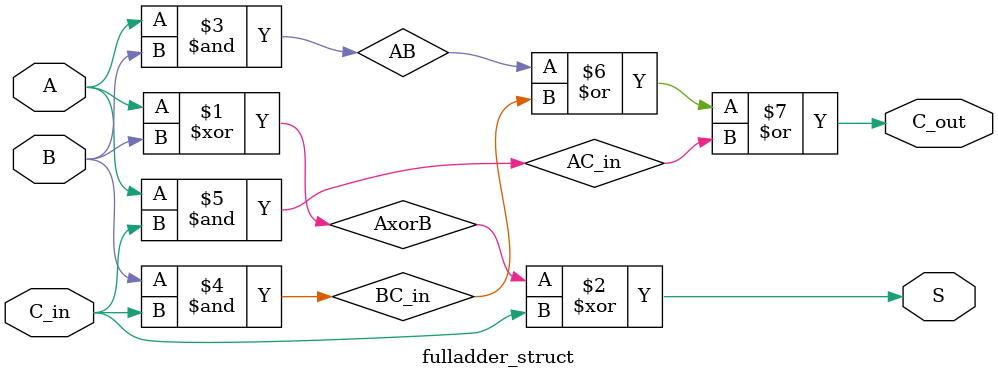
<source format=v>
`timescale 1ns / 1ps


module fulladder_struct(
    input A,
    input B,
    input C_in,
    output S,
    output C_out
    );
   
    wire AxorB, AB, BC_in, AC_in;

    // Sum logic
    xor (AxorB, A, B);
    xor (S, AxorB, C_in);   // S = A ⊕ B ⊕ Cin

    // Carry-out logic
    and (AB, A, B);
    and (BC_in, B, C_in);
    and (AC_in, A, C_in);
    or (C_out, AB, BC_in, AC_in);  // Cout = (A & B) | (B & Cin) | (A & Cin)

endmodule



</source>
